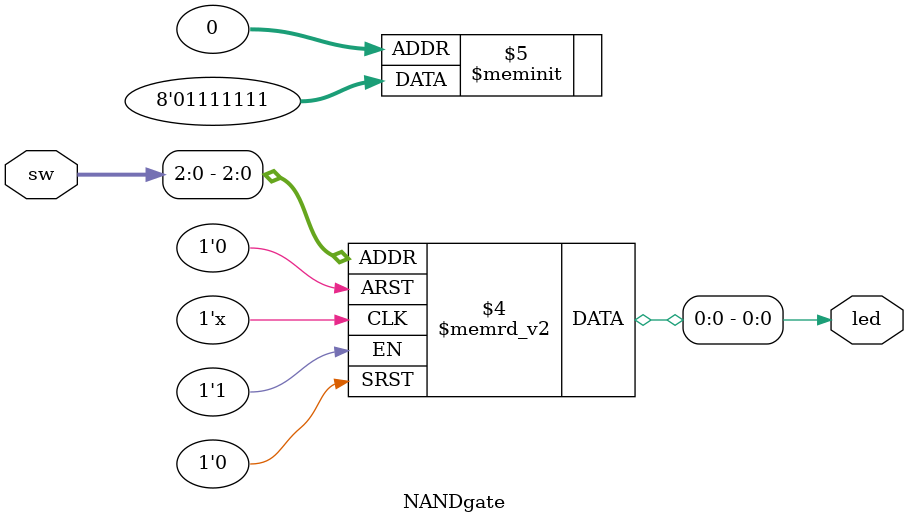
<source format=v>
`timescale 1ns / 1ps


//module LOGIC_NAND(
//    input A, B,
//    output Y
//    );
    
//    nand(Y, A, B);
//endmodule


//////////////////////////////////////////////////////////////////////////////////


//module LOGIC_NAND_DATAFLOW(
//    input A, B,
//    output Y
//    );
    
//    assign Y = ~(A & B);
//endmodule


//////////////////////////////////////////////////////////////////////////////////


//module LOGIC_NAND_BEHAV(
//    input A, B,
//    output reg Y
//    );
    
//    always@ (A or B)
//    begin
//            case({A, B})
//                    2'b00: Y = 1'b1;
//                    2'b01: Y = 1'b1;
//                    2'b10: Y = 1'b1;
//                    2'b11: Y = 1'b0;
//            endcase
//    end
//endmodule


//////////////////////////////////////////////////////////////////////////////////


//primitive UDP_LOGIC_NAND(
//    output Y,
//    input A, B
//    );
    
//    table
//// A B : Y
//    0 0 : 1;
//    0 1 : 1;
//    1 0 : 1;
//    1 1 : 0;
//    endtable
//endprimitive


//////////////////////////////////////////////////////////////////////////////////


module NANDgate(
        input [3:0]sw,
        output reg [3:0]led
        );
        
        always@(sw[2] | sw[1] | sw[0])     // µÑ Áß¿¡ ÇÏ³ª°¡ ÀÛµ¿µÉ¶§ ¾Æ·¡ ÄÚµå Ç×»ó ½ÇÇà
        begin
            case({sw[2], sw[1], sw[0]})
                3'b000 : led[0] = 1'b1;     // 3'b000 ==> ¼¼Ä­Â¥¸® ¹ÙÀÌ³Ê¸® 000
                3'b001 : led[0] = 1'b1;
                3'b010 : led[0] = 1'b1;
                3'b011 : led[0] = 1'b1;
                3'b100 : led[0] = 1'b1;
                3'b101 : led[0] = 1'b1;
                3'b110 : led[0] = 1'b1;
                3'b111 : led[0] = 1'b0;
            endcase
        end
endmodule

</source>
